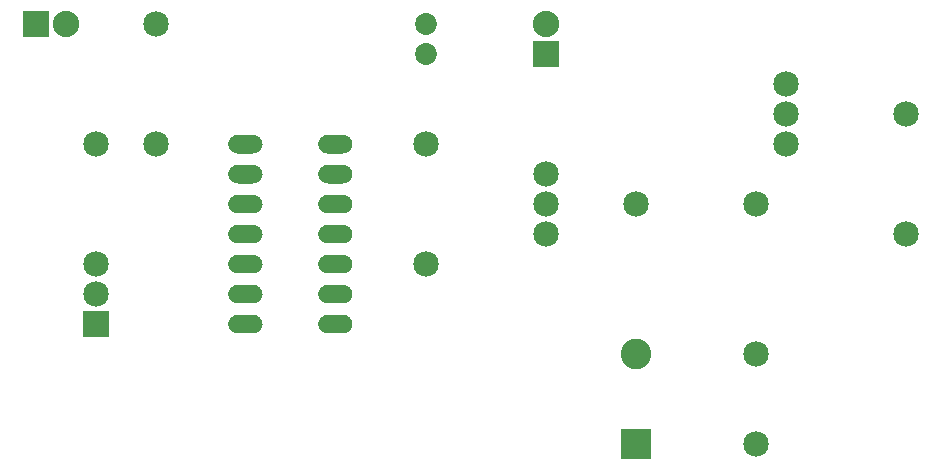
<source format=gts>
G04 MADE WITH FRITZING*
G04 WWW.FRITZING.ORG*
G04 DOUBLE SIDED*
G04 HOLES PLATED*
G04 CONTOUR ON CENTER OF CONTOUR VECTOR*
%ASAXBY*%
%FSLAX23Y23*%
%MOIN*%
%OFA0B0*%
%SFA1.0B1.0*%
%ADD10C,0.085000*%
%ADD11C,0.072992*%
%ADD12C,0.062000*%
%ADD13C,0.088000*%
%ADD14C,0.102000*%
%ADD15R,0.085000X0.085000*%
%ADD16R,0.088000X0.088000*%
%ADD17R,0.102000X0.102000*%
%ADD18C,0.025748*%
%ADD19R,0.001000X0.001000*%
%LNMASK1*%
G90*
G70*
G54D10*
X514Y862D03*
X514Y962D03*
X2014Y1362D03*
X2014Y1262D03*
X2014Y1162D03*
X2814Y1662D03*
X2814Y1562D03*
X2814Y1462D03*
X3214Y1162D03*
X3214Y1562D03*
X1614Y1062D03*
X1614Y1462D03*
X2714Y1262D03*
X2314Y1262D03*
X714Y1862D03*
X714Y1462D03*
X514Y1062D03*
X514Y1462D03*
G54D11*
X1614Y1862D03*
X1614Y1764D03*
G54D10*
X2714Y462D03*
X2714Y762D03*
G54D12*
X1014Y1462D03*
X1014Y1362D03*
X1014Y1262D03*
X1014Y1162D03*
X1014Y1062D03*
X1014Y962D03*
X1014Y862D03*
X1314Y862D03*
X1314Y962D03*
X1314Y1062D03*
X1314Y1162D03*
X1314Y1262D03*
X1314Y1362D03*
X1314Y1462D03*
X1014Y1462D03*
X1014Y1362D03*
X1014Y1262D03*
X1014Y1162D03*
X1014Y1062D03*
X1014Y962D03*
X1014Y862D03*
X1314Y862D03*
X1314Y962D03*
X1314Y1062D03*
X1314Y1162D03*
X1314Y1262D03*
X1314Y1362D03*
X1314Y1462D03*
G54D13*
X314Y1862D03*
X414Y1862D03*
X2014Y1762D03*
X2014Y1862D03*
G54D14*
X2314Y462D03*
X2314Y762D03*
G54D15*
X514Y862D03*
G54D16*
X314Y1862D03*
X2014Y1762D03*
G54D17*
X2314Y462D03*
G54D18*
G36*
X1590Y1838D02*
X1590Y1886D01*
X1637Y1886D01*
X1637Y1838D01*
X1590Y1838D01*
G37*
D02*
G54D19*
X980Y1493D02*
X1046Y1493D01*
X1280Y1493D02*
X1346Y1493D01*
X977Y1492D02*
X1049Y1492D01*
X1277Y1492D02*
X1349Y1492D01*
X975Y1491D02*
X1052Y1491D01*
X1275Y1491D02*
X1351Y1491D01*
X973Y1490D02*
X1054Y1490D01*
X1273Y1490D02*
X1353Y1490D01*
X971Y1489D02*
X1055Y1489D01*
X1271Y1489D02*
X1355Y1489D01*
X969Y1488D02*
X1057Y1488D01*
X1269Y1488D02*
X1357Y1488D01*
X968Y1487D02*
X1058Y1487D01*
X1268Y1487D02*
X1358Y1487D01*
X967Y1486D02*
X1059Y1486D01*
X1267Y1486D02*
X1359Y1486D01*
X966Y1485D02*
X1060Y1485D01*
X1266Y1485D02*
X1360Y1485D01*
X965Y1484D02*
X1061Y1484D01*
X1265Y1484D02*
X1361Y1484D01*
X964Y1483D02*
X1062Y1483D01*
X1264Y1483D02*
X1362Y1483D01*
X963Y1482D02*
X1063Y1482D01*
X1263Y1482D02*
X1363Y1482D01*
X963Y1481D02*
X1064Y1481D01*
X1262Y1481D02*
X1364Y1481D01*
X962Y1480D02*
X1064Y1480D01*
X1262Y1480D02*
X1364Y1480D01*
X961Y1479D02*
X1065Y1479D01*
X1261Y1479D02*
X1365Y1479D01*
X961Y1478D02*
X1066Y1478D01*
X1261Y1478D02*
X1366Y1478D01*
X960Y1477D02*
X1066Y1477D01*
X1260Y1477D02*
X1366Y1477D01*
X960Y1476D02*
X1067Y1476D01*
X1260Y1476D02*
X1367Y1476D01*
X959Y1475D02*
X1067Y1475D01*
X1259Y1475D02*
X1367Y1475D01*
X959Y1474D02*
X1067Y1474D01*
X1259Y1474D02*
X1367Y1474D01*
X958Y1473D02*
X1008Y1473D01*
X1018Y1473D02*
X1068Y1473D01*
X1258Y1473D02*
X1308Y1473D01*
X1318Y1473D02*
X1368Y1473D01*
X958Y1472D02*
X1006Y1472D01*
X1020Y1472D02*
X1068Y1472D01*
X1258Y1472D02*
X1306Y1472D01*
X1320Y1472D02*
X1368Y1472D01*
X958Y1471D02*
X1005Y1471D01*
X1021Y1471D02*
X1068Y1471D01*
X1258Y1471D02*
X1305Y1471D01*
X1321Y1471D02*
X1368Y1471D01*
X958Y1470D02*
X1004Y1470D01*
X1022Y1470D02*
X1069Y1470D01*
X1257Y1470D02*
X1304Y1470D01*
X1322Y1470D02*
X1369Y1470D01*
X957Y1469D02*
X1003Y1469D01*
X1023Y1469D02*
X1069Y1469D01*
X1257Y1469D02*
X1303Y1469D01*
X1323Y1469D02*
X1369Y1469D01*
X957Y1468D02*
X1003Y1468D01*
X1023Y1468D02*
X1069Y1468D01*
X1257Y1468D02*
X1303Y1468D01*
X1323Y1468D02*
X1369Y1468D01*
X957Y1467D02*
X1002Y1467D01*
X1024Y1467D02*
X1069Y1467D01*
X1257Y1467D02*
X1302Y1467D01*
X1324Y1467D02*
X1369Y1467D01*
X957Y1466D02*
X1002Y1466D01*
X1024Y1466D02*
X1069Y1466D01*
X1257Y1466D02*
X1302Y1466D01*
X1324Y1466D02*
X1369Y1466D01*
X957Y1465D02*
X1002Y1465D01*
X1024Y1465D02*
X1069Y1465D01*
X1257Y1465D02*
X1302Y1465D01*
X1324Y1465D02*
X1369Y1465D01*
X957Y1464D02*
X1002Y1464D01*
X1025Y1464D02*
X1070Y1464D01*
X1257Y1464D02*
X1302Y1464D01*
X1324Y1464D02*
X1369Y1464D01*
X957Y1463D02*
X1002Y1463D01*
X1025Y1463D02*
X1070Y1463D01*
X1257Y1463D02*
X1302Y1463D01*
X1325Y1463D02*
X1370Y1463D01*
X957Y1462D02*
X1002Y1462D01*
X1025Y1462D02*
X1070Y1462D01*
X1257Y1462D02*
X1302Y1462D01*
X1324Y1462D02*
X1369Y1462D01*
X957Y1461D02*
X1002Y1461D01*
X1024Y1461D02*
X1069Y1461D01*
X1257Y1461D02*
X1302Y1461D01*
X1324Y1461D02*
X1369Y1461D01*
X957Y1460D02*
X1002Y1460D01*
X1024Y1460D02*
X1069Y1460D01*
X1257Y1460D02*
X1302Y1460D01*
X1324Y1460D02*
X1369Y1460D01*
X957Y1459D02*
X1002Y1459D01*
X1024Y1459D02*
X1069Y1459D01*
X1257Y1459D02*
X1302Y1459D01*
X1324Y1459D02*
X1369Y1459D01*
X957Y1458D02*
X1003Y1458D01*
X1023Y1458D02*
X1069Y1458D01*
X1257Y1458D02*
X1303Y1458D01*
X1323Y1458D02*
X1369Y1458D01*
X957Y1457D02*
X1003Y1457D01*
X1023Y1457D02*
X1069Y1457D01*
X1257Y1457D02*
X1303Y1457D01*
X1323Y1457D02*
X1369Y1457D01*
X958Y1456D02*
X1004Y1456D01*
X1022Y1456D02*
X1069Y1456D01*
X1257Y1456D02*
X1304Y1456D01*
X1322Y1456D02*
X1369Y1456D01*
X958Y1455D02*
X1005Y1455D01*
X1021Y1455D02*
X1068Y1455D01*
X1258Y1455D02*
X1305Y1455D01*
X1321Y1455D02*
X1368Y1455D01*
X958Y1454D02*
X1006Y1454D01*
X1020Y1454D02*
X1068Y1454D01*
X1258Y1454D02*
X1306Y1454D01*
X1320Y1454D02*
X1368Y1454D01*
X958Y1453D02*
X1008Y1453D01*
X1018Y1453D02*
X1068Y1453D01*
X1258Y1453D02*
X1308Y1453D01*
X1318Y1453D02*
X1368Y1453D01*
X959Y1452D02*
X1012Y1452D01*
X1014Y1452D02*
X1067Y1452D01*
X1259Y1452D02*
X1312Y1452D01*
X1314Y1452D02*
X1367Y1452D01*
X959Y1451D02*
X1067Y1451D01*
X1259Y1451D02*
X1367Y1451D01*
X960Y1450D02*
X1067Y1450D01*
X1260Y1450D02*
X1367Y1450D01*
X960Y1449D02*
X1066Y1449D01*
X1260Y1449D02*
X1366Y1449D01*
X961Y1448D02*
X1066Y1448D01*
X1261Y1448D02*
X1366Y1448D01*
X961Y1447D02*
X1065Y1447D01*
X1261Y1447D02*
X1365Y1447D01*
X962Y1446D02*
X1064Y1446D01*
X1262Y1446D02*
X1364Y1446D01*
X962Y1445D02*
X1064Y1445D01*
X1262Y1445D02*
X1364Y1445D01*
X963Y1444D02*
X1063Y1444D01*
X1263Y1444D02*
X1363Y1444D01*
X964Y1443D02*
X1062Y1443D01*
X1264Y1443D02*
X1362Y1443D01*
X965Y1442D02*
X1061Y1442D01*
X1265Y1442D02*
X1361Y1442D01*
X966Y1441D02*
X1060Y1441D01*
X1266Y1441D02*
X1360Y1441D01*
X967Y1440D02*
X1059Y1440D01*
X1267Y1440D02*
X1359Y1440D01*
X968Y1439D02*
X1058Y1439D01*
X1268Y1439D02*
X1358Y1439D01*
X969Y1438D02*
X1057Y1438D01*
X1269Y1438D02*
X1357Y1438D01*
X971Y1437D02*
X1055Y1437D01*
X1271Y1437D02*
X1355Y1437D01*
X973Y1436D02*
X1054Y1436D01*
X1272Y1436D02*
X1354Y1436D01*
X975Y1435D02*
X1052Y1435D01*
X1274Y1435D02*
X1352Y1435D01*
X977Y1434D02*
X1049Y1434D01*
X1277Y1434D02*
X1349Y1434D01*
X980Y1433D02*
X1046Y1433D01*
X1280Y1433D02*
X1346Y1433D01*
X987Y1432D02*
X1039Y1432D01*
X1287Y1432D02*
X1339Y1432D01*
X980Y1393D02*
X1046Y1393D01*
X1280Y1393D02*
X1346Y1393D01*
X977Y1392D02*
X1049Y1392D01*
X1277Y1392D02*
X1349Y1392D01*
X975Y1391D02*
X1052Y1391D01*
X1275Y1391D02*
X1352Y1391D01*
X973Y1390D02*
X1054Y1390D01*
X1273Y1390D02*
X1354Y1390D01*
X971Y1389D02*
X1055Y1389D01*
X1271Y1389D02*
X1355Y1389D01*
X969Y1388D02*
X1057Y1388D01*
X1269Y1388D02*
X1357Y1388D01*
X968Y1387D02*
X1058Y1387D01*
X1268Y1387D02*
X1358Y1387D01*
X967Y1386D02*
X1059Y1386D01*
X1267Y1386D02*
X1359Y1386D01*
X966Y1385D02*
X1060Y1385D01*
X1266Y1385D02*
X1360Y1385D01*
X965Y1384D02*
X1061Y1384D01*
X1265Y1384D02*
X1361Y1384D01*
X964Y1383D02*
X1062Y1383D01*
X1264Y1383D02*
X1362Y1383D01*
X963Y1382D02*
X1063Y1382D01*
X1263Y1382D02*
X1363Y1382D01*
X962Y1381D02*
X1064Y1381D01*
X1262Y1381D02*
X1364Y1381D01*
X962Y1380D02*
X1064Y1380D01*
X1262Y1380D02*
X1364Y1380D01*
X961Y1379D02*
X1065Y1379D01*
X1261Y1379D02*
X1365Y1379D01*
X961Y1378D02*
X1066Y1378D01*
X1261Y1378D02*
X1366Y1378D01*
X960Y1377D02*
X1066Y1377D01*
X1260Y1377D02*
X1366Y1377D01*
X960Y1376D02*
X1067Y1376D01*
X1260Y1376D02*
X1367Y1376D01*
X959Y1375D02*
X1067Y1375D01*
X1259Y1375D02*
X1367Y1375D01*
X959Y1374D02*
X1067Y1374D01*
X1259Y1374D02*
X1367Y1374D01*
X958Y1373D02*
X1008Y1373D01*
X1018Y1373D02*
X1068Y1373D01*
X1258Y1373D02*
X1308Y1373D01*
X1318Y1373D02*
X1368Y1373D01*
X958Y1372D02*
X1006Y1372D01*
X1020Y1372D02*
X1068Y1372D01*
X1258Y1372D02*
X1306Y1372D01*
X1320Y1372D02*
X1368Y1372D01*
X958Y1371D02*
X1005Y1371D01*
X1021Y1371D02*
X1068Y1371D01*
X1258Y1371D02*
X1305Y1371D01*
X1321Y1371D02*
X1368Y1371D01*
X958Y1370D02*
X1004Y1370D01*
X1022Y1370D02*
X1069Y1370D01*
X1257Y1370D02*
X1304Y1370D01*
X1322Y1370D02*
X1369Y1370D01*
X957Y1369D02*
X1003Y1369D01*
X1023Y1369D02*
X1069Y1369D01*
X1257Y1369D02*
X1303Y1369D01*
X1323Y1369D02*
X1369Y1369D01*
X957Y1368D02*
X1003Y1368D01*
X1023Y1368D02*
X1069Y1368D01*
X1257Y1368D02*
X1303Y1368D01*
X1323Y1368D02*
X1369Y1368D01*
X957Y1367D02*
X1002Y1367D01*
X1024Y1367D02*
X1069Y1367D01*
X1257Y1367D02*
X1302Y1367D01*
X1324Y1367D02*
X1369Y1367D01*
X957Y1366D02*
X1002Y1366D01*
X1024Y1366D02*
X1069Y1366D01*
X1257Y1366D02*
X1302Y1366D01*
X1324Y1366D02*
X1369Y1366D01*
X957Y1365D02*
X1002Y1365D01*
X1024Y1365D02*
X1069Y1365D01*
X1257Y1365D02*
X1302Y1365D01*
X1324Y1365D02*
X1369Y1365D01*
X957Y1364D02*
X1002Y1364D01*
X1025Y1364D02*
X1070Y1364D01*
X1257Y1364D02*
X1302Y1364D01*
X1324Y1364D02*
X1369Y1364D01*
X957Y1363D02*
X1002Y1363D01*
X1025Y1363D02*
X1070Y1363D01*
X1257Y1363D02*
X1302Y1363D01*
X1325Y1363D02*
X1370Y1363D01*
X957Y1362D02*
X1002Y1362D01*
X1025Y1362D02*
X1070Y1362D01*
X1257Y1362D02*
X1302Y1362D01*
X1324Y1362D02*
X1369Y1362D01*
X957Y1361D02*
X1002Y1361D01*
X1024Y1361D02*
X1069Y1361D01*
X1257Y1361D02*
X1302Y1361D01*
X1324Y1361D02*
X1369Y1361D01*
X957Y1360D02*
X1002Y1360D01*
X1024Y1360D02*
X1069Y1360D01*
X1257Y1360D02*
X1302Y1360D01*
X1324Y1360D02*
X1369Y1360D01*
X957Y1359D02*
X1002Y1359D01*
X1024Y1359D02*
X1069Y1359D01*
X1257Y1359D02*
X1302Y1359D01*
X1324Y1359D02*
X1369Y1359D01*
X957Y1358D02*
X1003Y1358D01*
X1023Y1358D02*
X1069Y1358D01*
X1257Y1358D02*
X1303Y1358D01*
X1323Y1358D02*
X1369Y1358D01*
X957Y1357D02*
X1003Y1357D01*
X1023Y1357D02*
X1069Y1357D01*
X1257Y1357D02*
X1303Y1357D01*
X1323Y1357D02*
X1369Y1357D01*
X958Y1356D02*
X1004Y1356D01*
X1022Y1356D02*
X1069Y1356D01*
X1257Y1356D02*
X1304Y1356D01*
X1322Y1356D02*
X1369Y1356D01*
X958Y1355D02*
X1005Y1355D01*
X1021Y1355D02*
X1068Y1355D01*
X1258Y1355D02*
X1305Y1355D01*
X1321Y1355D02*
X1368Y1355D01*
X958Y1354D02*
X1006Y1354D01*
X1020Y1354D02*
X1068Y1354D01*
X1258Y1354D02*
X1306Y1354D01*
X1320Y1354D02*
X1368Y1354D01*
X958Y1353D02*
X1008Y1353D01*
X1018Y1353D02*
X1068Y1353D01*
X1258Y1353D02*
X1308Y1353D01*
X1318Y1353D02*
X1368Y1353D01*
X959Y1352D02*
X1067Y1352D01*
X1259Y1352D02*
X1367Y1352D01*
X959Y1351D02*
X1067Y1351D01*
X1259Y1351D02*
X1367Y1351D01*
X960Y1350D02*
X1067Y1350D01*
X1260Y1350D02*
X1367Y1350D01*
X960Y1349D02*
X1066Y1349D01*
X1260Y1349D02*
X1366Y1349D01*
X961Y1348D02*
X1066Y1348D01*
X1261Y1348D02*
X1366Y1348D01*
X961Y1347D02*
X1065Y1347D01*
X1261Y1347D02*
X1365Y1347D01*
X962Y1346D02*
X1064Y1346D01*
X1262Y1346D02*
X1364Y1346D01*
X962Y1345D02*
X1064Y1345D01*
X1262Y1345D02*
X1364Y1345D01*
X963Y1344D02*
X1063Y1344D01*
X1263Y1344D02*
X1363Y1344D01*
X964Y1343D02*
X1062Y1343D01*
X1264Y1343D02*
X1362Y1343D01*
X965Y1342D02*
X1061Y1342D01*
X1265Y1342D02*
X1361Y1342D01*
X966Y1341D02*
X1060Y1341D01*
X1266Y1341D02*
X1360Y1341D01*
X967Y1340D02*
X1059Y1340D01*
X1267Y1340D02*
X1359Y1340D01*
X968Y1339D02*
X1058Y1339D01*
X1268Y1339D02*
X1358Y1339D01*
X969Y1338D02*
X1057Y1338D01*
X1269Y1338D02*
X1357Y1338D01*
X971Y1337D02*
X1055Y1337D01*
X1271Y1337D02*
X1355Y1337D01*
X973Y1336D02*
X1054Y1336D01*
X1273Y1336D02*
X1354Y1336D01*
X975Y1335D02*
X1052Y1335D01*
X1275Y1335D02*
X1352Y1335D01*
X977Y1334D02*
X1049Y1334D01*
X1277Y1334D02*
X1349Y1334D01*
X980Y1333D02*
X1046Y1333D01*
X1280Y1333D02*
X1346Y1333D01*
X988Y1332D02*
X1038Y1332D01*
X1288Y1332D02*
X1338Y1332D01*
X987Y1294D02*
X1039Y1294D01*
X1287Y1294D02*
X1339Y1294D01*
X980Y1293D02*
X1046Y1293D01*
X1280Y1293D02*
X1346Y1293D01*
X977Y1292D02*
X1049Y1292D01*
X1277Y1292D02*
X1349Y1292D01*
X975Y1291D02*
X1052Y1291D01*
X1274Y1291D02*
X1352Y1291D01*
X973Y1290D02*
X1054Y1290D01*
X1272Y1290D02*
X1354Y1290D01*
X971Y1289D02*
X1055Y1289D01*
X1271Y1289D02*
X1355Y1289D01*
X969Y1288D02*
X1057Y1288D01*
X1269Y1288D02*
X1357Y1288D01*
X968Y1287D02*
X1058Y1287D01*
X1268Y1287D02*
X1358Y1287D01*
X967Y1286D02*
X1059Y1286D01*
X1267Y1286D02*
X1359Y1286D01*
X966Y1285D02*
X1060Y1285D01*
X1266Y1285D02*
X1360Y1285D01*
X965Y1284D02*
X1061Y1284D01*
X1265Y1284D02*
X1361Y1284D01*
X964Y1283D02*
X1062Y1283D01*
X1264Y1283D02*
X1362Y1283D01*
X963Y1282D02*
X1063Y1282D01*
X1263Y1282D02*
X1363Y1282D01*
X962Y1281D02*
X1064Y1281D01*
X1262Y1281D02*
X1364Y1281D01*
X962Y1280D02*
X1064Y1280D01*
X1262Y1280D02*
X1364Y1280D01*
X961Y1279D02*
X1065Y1279D01*
X1261Y1279D02*
X1365Y1279D01*
X961Y1278D02*
X1066Y1278D01*
X1261Y1278D02*
X1366Y1278D01*
X960Y1277D02*
X1066Y1277D01*
X1260Y1277D02*
X1366Y1277D01*
X960Y1276D02*
X1067Y1276D01*
X1260Y1276D02*
X1367Y1276D01*
X959Y1275D02*
X1067Y1275D01*
X1259Y1275D02*
X1367Y1275D01*
X959Y1274D02*
X1067Y1274D01*
X1259Y1274D02*
X1367Y1274D01*
X958Y1273D02*
X1008Y1273D01*
X1018Y1273D02*
X1068Y1273D01*
X1258Y1273D02*
X1308Y1273D01*
X1318Y1273D02*
X1368Y1273D01*
X958Y1272D02*
X1006Y1272D01*
X1020Y1272D02*
X1068Y1272D01*
X1258Y1272D02*
X1306Y1272D01*
X1320Y1272D02*
X1368Y1272D01*
X958Y1271D02*
X1005Y1271D01*
X1021Y1271D02*
X1068Y1271D01*
X1258Y1271D02*
X1305Y1271D01*
X1321Y1271D02*
X1368Y1271D01*
X958Y1270D02*
X1004Y1270D01*
X1022Y1270D02*
X1069Y1270D01*
X1257Y1270D02*
X1304Y1270D01*
X1322Y1270D02*
X1369Y1270D01*
X957Y1269D02*
X1003Y1269D01*
X1023Y1269D02*
X1069Y1269D01*
X1257Y1269D02*
X1303Y1269D01*
X1323Y1269D02*
X1369Y1269D01*
X957Y1268D02*
X1003Y1268D01*
X1023Y1268D02*
X1069Y1268D01*
X1257Y1268D02*
X1303Y1268D01*
X1323Y1268D02*
X1369Y1268D01*
X957Y1267D02*
X1002Y1267D01*
X1024Y1267D02*
X1069Y1267D01*
X1257Y1267D02*
X1302Y1267D01*
X1324Y1267D02*
X1369Y1267D01*
X957Y1266D02*
X1002Y1266D01*
X1024Y1266D02*
X1069Y1266D01*
X1257Y1266D02*
X1302Y1266D01*
X1324Y1266D02*
X1369Y1266D01*
X957Y1265D02*
X1002Y1265D01*
X1024Y1265D02*
X1069Y1265D01*
X1257Y1265D02*
X1302Y1265D01*
X1324Y1265D02*
X1369Y1265D01*
X957Y1264D02*
X1002Y1264D01*
X1025Y1264D02*
X1070Y1264D01*
X1257Y1264D02*
X1302Y1264D01*
X1324Y1264D02*
X1369Y1264D01*
X957Y1263D02*
X1002Y1263D01*
X1025Y1263D02*
X1070Y1263D01*
X1257Y1263D02*
X1302Y1263D01*
X1325Y1263D02*
X1370Y1263D01*
X957Y1262D02*
X1002Y1262D01*
X1025Y1262D02*
X1070Y1262D01*
X1257Y1262D02*
X1302Y1262D01*
X1324Y1262D02*
X1369Y1262D01*
X957Y1261D02*
X1002Y1261D01*
X1024Y1261D02*
X1069Y1261D01*
X1257Y1261D02*
X1302Y1261D01*
X1324Y1261D02*
X1369Y1261D01*
X957Y1260D02*
X1002Y1260D01*
X1024Y1260D02*
X1069Y1260D01*
X1257Y1260D02*
X1302Y1260D01*
X1324Y1260D02*
X1369Y1260D01*
X957Y1259D02*
X1002Y1259D01*
X1024Y1259D02*
X1069Y1259D01*
X1257Y1259D02*
X1302Y1259D01*
X1324Y1259D02*
X1369Y1259D01*
X957Y1258D02*
X1003Y1258D01*
X1023Y1258D02*
X1069Y1258D01*
X1257Y1258D02*
X1303Y1258D01*
X1323Y1258D02*
X1369Y1258D01*
X957Y1257D02*
X1003Y1257D01*
X1023Y1257D02*
X1069Y1257D01*
X1257Y1257D02*
X1303Y1257D01*
X1323Y1257D02*
X1369Y1257D01*
X958Y1256D02*
X1004Y1256D01*
X1022Y1256D02*
X1069Y1256D01*
X1257Y1256D02*
X1304Y1256D01*
X1322Y1256D02*
X1369Y1256D01*
X958Y1255D02*
X1005Y1255D01*
X1021Y1255D02*
X1068Y1255D01*
X1258Y1255D02*
X1305Y1255D01*
X1321Y1255D02*
X1368Y1255D01*
X958Y1254D02*
X1006Y1254D01*
X1020Y1254D02*
X1068Y1254D01*
X1258Y1254D02*
X1306Y1254D01*
X1320Y1254D02*
X1368Y1254D01*
X958Y1253D02*
X1008Y1253D01*
X1018Y1253D02*
X1068Y1253D01*
X1258Y1253D02*
X1308Y1253D01*
X1318Y1253D02*
X1368Y1253D01*
X959Y1252D02*
X1067Y1252D01*
X1259Y1252D02*
X1367Y1252D01*
X959Y1251D02*
X1067Y1251D01*
X1259Y1251D02*
X1367Y1251D01*
X960Y1250D02*
X1067Y1250D01*
X1260Y1250D02*
X1367Y1250D01*
X960Y1249D02*
X1066Y1249D01*
X1260Y1249D02*
X1366Y1249D01*
X961Y1248D02*
X1066Y1248D01*
X1261Y1248D02*
X1366Y1248D01*
X961Y1247D02*
X1065Y1247D01*
X1261Y1247D02*
X1365Y1247D01*
X962Y1246D02*
X1064Y1246D01*
X1262Y1246D02*
X1364Y1246D01*
X962Y1245D02*
X1064Y1245D01*
X1262Y1245D02*
X1364Y1245D01*
X963Y1244D02*
X1063Y1244D01*
X1263Y1244D02*
X1363Y1244D01*
X964Y1243D02*
X1062Y1243D01*
X1264Y1243D02*
X1362Y1243D01*
X965Y1242D02*
X1061Y1242D01*
X1265Y1242D02*
X1361Y1242D01*
X966Y1241D02*
X1060Y1241D01*
X1266Y1241D02*
X1360Y1241D01*
X967Y1240D02*
X1059Y1240D01*
X1267Y1240D02*
X1359Y1240D01*
X968Y1239D02*
X1058Y1239D01*
X1268Y1239D02*
X1358Y1239D01*
X969Y1238D02*
X1057Y1238D01*
X1269Y1238D02*
X1357Y1238D01*
X971Y1237D02*
X1055Y1237D01*
X1271Y1237D02*
X1355Y1237D01*
X973Y1236D02*
X1054Y1236D01*
X1273Y1236D02*
X1354Y1236D01*
X975Y1235D02*
X1052Y1235D01*
X1275Y1235D02*
X1351Y1235D01*
X977Y1234D02*
X1049Y1234D01*
X1277Y1234D02*
X1349Y1234D01*
X980Y1233D02*
X1046Y1233D01*
X1280Y1233D02*
X1346Y1233D01*
X987Y1194D02*
X1040Y1194D01*
X1287Y1194D02*
X1339Y1194D01*
X980Y1193D02*
X1046Y1193D01*
X1280Y1193D02*
X1346Y1193D01*
X977Y1192D02*
X1049Y1192D01*
X1277Y1192D02*
X1349Y1192D01*
X974Y1191D02*
X1052Y1191D01*
X1274Y1191D02*
X1352Y1191D01*
X972Y1190D02*
X1054Y1190D01*
X1272Y1190D02*
X1354Y1190D01*
X971Y1189D02*
X1055Y1189D01*
X1271Y1189D02*
X1355Y1189D01*
X969Y1188D02*
X1057Y1188D01*
X1269Y1188D02*
X1357Y1188D01*
X968Y1187D02*
X1058Y1187D01*
X1268Y1187D02*
X1358Y1187D01*
X967Y1186D02*
X1059Y1186D01*
X1267Y1186D02*
X1359Y1186D01*
X966Y1185D02*
X1060Y1185D01*
X1266Y1185D02*
X1360Y1185D01*
X965Y1184D02*
X1061Y1184D01*
X1265Y1184D02*
X1361Y1184D01*
X964Y1183D02*
X1062Y1183D01*
X1264Y1183D02*
X1362Y1183D01*
X963Y1182D02*
X1063Y1182D01*
X1263Y1182D02*
X1363Y1182D01*
X962Y1181D02*
X1064Y1181D01*
X1262Y1181D02*
X1364Y1181D01*
X962Y1180D02*
X1064Y1180D01*
X1262Y1180D02*
X1364Y1180D01*
X961Y1179D02*
X1065Y1179D01*
X1261Y1179D02*
X1365Y1179D01*
X961Y1178D02*
X1066Y1178D01*
X1260Y1178D02*
X1366Y1178D01*
X960Y1177D02*
X1066Y1177D01*
X1260Y1177D02*
X1366Y1177D01*
X960Y1176D02*
X1067Y1176D01*
X1260Y1176D02*
X1367Y1176D01*
X959Y1175D02*
X1067Y1175D01*
X1259Y1175D02*
X1367Y1175D01*
X959Y1174D02*
X1012Y1174D01*
X1014Y1174D02*
X1067Y1174D01*
X1259Y1174D02*
X1312Y1174D01*
X1314Y1174D02*
X1367Y1174D01*
X958Y1173D02*
X1008Y1173D01*
X1018Y1173D02*
X1068Y1173D01*
X1258Y1173D02*
X1308Y1173D01*
X1318Y1173D02*
X1368Y1173D01*
X958Y1172D02*
X1006Y1172D01*
X1020Y1172D02*
X1068Y1172D01*
X1258Y1172D02*
X1306Y1172D01*
X1320Y1172D02*
X1368Y1172D01*
X958Y1171D02*
X1005Y1171D01*
X1021Y1171D02*
X1068Y1171D01*
X1258Y1171D02*
X1305Y1171D01*
X1321Y1171D02*
X1368Y1171D01*
X957Y1170D02*
X1004Y1170D01*
X1022Y1170D02*
X1069Y1170D01*
X1257Y1170D02*
X1304Y1170D01*
X1322Y1170D02*
X1369Y1170D01*
X957Y1169D02*
X1003Y1169D01*
X1023Y1169D02*
X1069Y1169D01*
X1257Y1169D02*
X1303Y1169D01*
X1323Y1169D02*
X1369Y1169D01*
X957Y1168D02*
X1003Y1168D01*
X1023Y1168D02*
X1069Y1168D01*
X1257Y1168D02*
X1303Y1168D01*
X1323Y1168D02*
X1369Y1168D01*
X957Y1167D02*
X1002Y1167D01*
X1024Y1167D02*
X1069Y1167D01*
X1257Y1167D02*
X1302Y1167D01*
X1324Y1167D02*
X1369Y1167D01*
X957Y1166D02*
X1002Y1166D01*
X1024Y1166D02*
X1069Y1166D01*
X1257Y1166D02*
X1302Y1166D01*
X1324Y1166D02*
X1369Y1166D01*
X957Y1165D02*
X1002Y1165D01*
X1024Y1165D02*
X1069Y1165D01*
X1257Y1165D02*
X1302Y1165D01*
X1324Y1165D02*
X1369Y1165D01*
X957Y1164D02*
X1002Y1164D01*
X1025Y1164D02*
X1070Y1164D01*
X1257Y1164D02*
X1302Y1164D01*
X1324Y1164D02*
X1369Y1164D01*
X957Y1163D02*
X1002Y1163D01*
X1025Y1163D02*
X1070Y1163D01*
X1257Y1163D02*
X1302Y1163D01*
X1325Y1163D02*
X1370Y1163D01*
X957Y1162D02*
X1002Y1162D01*
X1025Y1162D02*
X1070Y1162D01*
X1257Y1162D02*
X1302Y1162D01*
X1324Y1162D02*
X1369Y1162D01*
X957Y1161D02*
X1002Y1161D01*
X1024Y1161D02*
X1069Y1161D01*
X1257Y1161D02*
X1302Y1161D01*
X1324Y1161D02*
X1369Y1161D01*
X957Y1160D02*
X1002Y1160D01*
X1024Y1160D02*
X1069Y1160D01*
X1257Y1160D02*
X1302Y1160D01*
X1324Y1160D02*
X1369Y1160D01*
X957Y1159D02*
X1002Y1159D01*
X1024Y1159D02*
X1069Y1159D01*
X1257Y1159D02*
X1302Y1159D01*
X1324Y1159D02*
X1369Y1159D01*
X957Y1158D02*
X1003Y1158D01*
X1023Y1158D02*
X1069Y1158D01*
X1257Y1158D02*
X1303Y1158D01*
X1323Y1158D02*
X1369Y1158D01*
X957Y1157D02*
X1003Y1157D01*
X1023Y1157D02*
X1069Y1157D01*
X1257Y1157D02*
X1303Y1157D01*
X1323Y1157D02*
X1369Y1157D01*
X958Y1156D02*
X1004Y1156D01*
X1022Y1156D02*
X1069Y1156D01*
X1257Y1156D02*
X1304Y1156D01*
X1322Y1156D02*
X1369Y1156D01*
X958Y1155D02*
X1005Y1155D01*
X1021Y1155D02*
X1068Y1155D01*
X1258Y1155D02*
X1305Y1155D01*
X1321Y1155D02*
X1368Y1155D01*
X958Y1154D02*
X1006Y1154D01*
X1020Y1154D02*
X1068Y1154D01*
X1258Y1154D02*
X1306Y1154D01*
X1320Y1154D02*
X1368Y1154D01*
X958Y1153D02*
X1008Y1153D01*
X1018Y1153D02*
X1068Y1153D01*
X1258Y1153D02*
X1308Y1153D01*
X1318Y1153D02*
X1368Y1153D01*
X959Y1152D02*
X1067Y1152D01*
X1259Y1152D02*
X1367Y1152D01*
X959Y1151D02*
X1067Y1151D01*
X1259Y1151D02*
X1367Y1151D01*
X960Y1150D02*
X1067Y1150D01*
X1260Y1150D02*
X1367Y1150D01*
X960Y1149D02*
X1066Y1149D01*
X1260Y1149D02*
X1366Y1149D01*
X961Y1148D02*
X1066Y1148D01*
X1261Y1148D02*
X1366Y1148D01*
X961Y1147D02*
X1065Y1147D01*
X1261Y1147D02*
X1365Y1147D01*
X962Y1146D02*
X1064Y1146D01*
X1262Y1146D02*
X1364Y1146D01*
X963Y1145D02*
X1064Y1145D01*
X1262Y1145D02*
X1364Y1145D01*
X963Y1144D02*
X1063Y1144D01*
X1263Y1144D02*
X1363Y1144D01*
X964Y1143D02*
X1062Y1143D01*
X1264Y1143D02*
X1362Y1143D01*
X965Y1142D02*
X1061Y1142D01*
X1265Y1142D02*
X1361Y1142D01*
X966Y1141D02*
X1060Y1141D01*
X1266Y1141D02*
X1360Y1141D01*
X967Y1140D02*
X1059Y1140D01*
X1267Y1140D02*
X1359Y1140D01*
X968Y1139D02*
X1058Y1139D01*
X1268Y1139D02*
X1358Y1139D01*
X970Y1138D02*
X1057Y1138D01*
X1269Y1138D02*
X1357Y1138D01*
X971Y1137D02*
X1055Y1137D01*
X1271Y1137D02*
X1355Y1137D01*
X973Y1136D02*
X1054Y1136D01*
X1273Y1136D02*
X1353Y1136D01*
X975Y1135D02*
X1051Y1135D01*
X1275Y1135D02*
X1351Y1135D01*
X977Y1134D02*
X1049Y1134D01*
X1277Y1134D02*
X1349Y1134D01*
X980Y1133D02*
X1046Y1133D01*
X1280Y1133D02*
X1346Y1133D01*
X986Y1094D02*
X1040Y1094D01*
X1286Y1094D02*
X1340Y1094D01*
X980Y1093D02*
X1046Y1093D01*
X1280Y1093D02*
X1346Y1093D01*
X977Y1092D02*
X1049Y1092D01*
X1277Y1092D02*
X1349Y1092D01*
X974Y1091D02*
X1052Y1091D01*
X1274Y1091D02*
X1352Y1091D01*
X972Y1090D02*
X1054Y1090D01*
X1272Y1090D02*
X1354Y1090D01*
X971Y1089D02*
X1055Y1089D01*
X1271Y1089D02*
X1355Y1089D01*
X969Y1088D02*
X1057Y1088D01*
X1269Y1088D02*
X1357Y1088D01*
X968Y1087D02*
X1058Y1087D01*
X1268Y1087D02*
X1358Y1087D01*
X967Y1086D02*
X1059Y1086D01*
X1267Y1086D02*
X1359Y1086D01*
X966Y1085D02*
X1060Y1085D01*
X1266Y1085D02*
X1360Y1085D01*
X965Y1084D02*
X1061Y1084D01*
X1265Y1084D02*
X1361Y1084D01*
X964Y1083D02*
X1062Y1083D01*
X1264Y1083D02*
X1362Y1083D01*
X963Y1082D02*
X1063Y1082D01*
X1263Y1082D02*
X1363Y1082D01*
X962Y1081D02*
X1064Y1081D01*
X1262Y1081D02*
X1364Y1081D01*
X962Y1080D02*
X1064Y1080D01*
X1262Y1080D02*
X1364Y1080D01*
X961Y1079D02*
X1065Y1079D01*
X1261Y1079D02*
X1365Y1079D01*
X961Y1078D02*
X1066Y1078D01*
X1260Y1078D02*
X1366Y1078D01*
X960Y1077D02*
X1066Y1077D01*
X1260Y1077D02*
X1366Y1077D01*
X960Y1076D02*
X1067Y1076D01*
X1260Y1076D02*
X1367Y1076D01*
X959Y1075D02*
X1067Y1075D01*
X1259Y1075D02*
X1367Y1075D01*
X959Y1074D02*
X1011Y1074D01*
X1015Y1074D02*
X1067Y1074D01*
X1259Y1074D02*
X1311Y1074D01*
X1315Y1074D02*
X1367Y1074D01*
X958Y1073D02*
X1008Y1073D01*
X1018Y1073D02*
X1068Y1073D01*
X1258Y1073D02*
X1308Y1073D01*
X1318Y1073D02*
X1368Y1073D01*
X958Y1072D02*
X1006Y1072D01*
X1020Y1072D02*
X1068Y1072D01*
X1258Y1072D02*
X1306Y1072D01*
X1320Y1072D02*
X1368Y1072D01*
X958Y1071D02*
X1005Y1071D01*
X1021Y1071D02*
X1068Y1071D01*
X1258Y1071D02*
X1305Y1071D01*
X1321Y1071D02*
X1368Y1071D01*
X957Y1070D02*
X1004Y1070D01*
X1022Y1070D02*
X1069Y1070D01*
X1257Y1070D02*
X1304Y1070D01*
X1322Y1070D02*
X1369Y1070D01*
X957Y1069D02*
X1003Y1069D01*
X1023Y1069D02*
X1069Y1069D01*
X1257Y1069D02*
X1303Y1069D01*
X1323Y1069D02*
X1369Y1069D01*
X957Y1068D02*
X1003Y1068D01*
X1023Y1068D02*
X1069Y1068D01*
X1257Y1068D02*
X1303Y1068D01*
X1323Y1068D02*
X1369Y1068D01*
X957Y1067D02*
X1002Y1067D01*
X1024Y1067D02*
X1069Y1067D01*
X1257Y1067D02*
X1302Y1067D01*
X1324Y1067D02*
X1369Y1067D01*
X957Y1066D02*
X1002Y1066D01*
X1024Y1066D02*
X1069Y1066D01*
X1257Y1066D02*
X1302Y1066D01*
X1324Y1066D02*
X1369Y1066D01*
X957Y1065D02*
X1002Y1065D01*
X1024Y1065D02*
X1069Y1065D01*
X1257Y1065D02*
X1302Y1065D01*
X1324Y1065D02*
X1369Y1065D01*
X957Y1064D02*
X1002Y1064D01*
X1025Y1064D02*
X1070Y1064D01*
X1257Y1064D02*
X1302Y1064D01*
X1324Y1064D02*
X1369Y1064D01*
X957Y1063D02*
X1002Y1063D01*
X1025Y1063D02*
X1070Y1063D01*
X1257Y1063D02*
X1302Y1063D01*
X1325Y1063D02*
X1370Y1063D01*
X957Y1062D02*
X1002Y1062D01*
X1025Y1062D02*
X1070Y1062D01*
X1257Y1062D02*
X1302Y1062D01*
X1324Y1062D02*
X1369Y1062D01*
X957Y1061D02*
X1002Y1061D01*
X1024Y1061D02*
X1069Y1061D01*
X1257Y1061D02*
X1302Y1061D01*
X1324Y1061D02*
X1369Y1061D01*
X957Y1060D02*
X1002Y1060D01*
X1024Y1060D02*
X1069Y1060D01*
X1257Y1060D02*
X1302Y1060D01*
X1324Y1060D02*
X1369Y1060D01*
X957Y1059D02*
X1002Y1059D01*
X1024Y1059D02*
X1069Y1059D01*
X1257Y1059D02*
X1302Y1059D01*
X1324Y1059D02*
X1369Y1059D01*
X957Y1058D02*
X1003Y1058D01*
X1023Y1058D02*
X1069Y1058D01*
X1257Y1058D02*
X1303Y1058D01*
X1323Y1058D02*
X1369Y1058D01*
X957Y1057D02*
X1003Y1057D01*
X1023Y1057D02*
X1069Y1057D01*
X1257Y1057D02*
X1303Y1057D01*
X1323Y1057D02*
X1369Y1057D01*
X958Y1056D02*
X1004Y1056D01*
X1022Y1056D02*
X1069Y1056D01*
X1257Y1056D02*
X1304Y1056D01*
X1322Y1056D02*
X1369Y1056D01*
X958Y1055D02*
X1005Y1055D01*
X1021Y1055D02*
X1068Y1055D01*
X1258Y1055D02*
X1305Y1055D01*
X1321Y1055D02*
X1368Y1055D01*
X958Y1054D02*
X1006Y1054D01*
X1020Y1054D02*
X1068Y1054D01*
X1258Y1054D02*
X1306Y1054D01*
X1320Y1054D02*
X1368Y1054D01*
X958Y1053D02*
X1008Y1053D01*
X1018Y1053D02*
X1068Y1053D01*
X1258Y1053D02*
X1308Y1053D01*
X1318Y1053D02*
X1368Y1053D01*
X959Y1052D02*
X1067Y1052D01*
X1259Y1052D02*
X1367Y1052D01*
X959Y1051D02*
X1067Y1051D01*
X1259Y1051D02*
X1367Y1051D01*
X960Y1050D02*
X1067Y1050D01*
X1260Y1050D02*
X1367Y1050D01*
X960Y1049D02*
X1066Y1049D01*
X1260Y1049D02*
X1366Y1049D01*
X961Y1048D02*
X1066Y1048D01*
X1261Y1048D02*
X1366Y1048D01*
X961Y1047D02*
X1065Y1047D01*
X1261Y1047D02*
X1365Y1047D01*
X962Y1046D02*
X1064Y1046D01*
X1262Y1046D02*
X1364Y1046D01*
X963Y1045D02*
X1064Y1045D01*
X1262Y1045D02*
X1364Y1045D01*
X963Y1044D02*
X1063Y1044D01*
X1263Y1044D02*
X1363Y1044D01*
X964Y1043D02*
X1062Y1043D01*
X1264Y1043D02*
X1362Y1043D01*
X965Y1042D02*
X1061Y1042D01*
X1265Y1042D02*
X1361Y1042D01*
X966Y1041D02*
X1060Y1041D01*
X1266Y1041D02*
X1360Y1041D01*
X967Y1040D02*
X1059Y1040D01*
X1267Y1040D02*
X1359Y1040D01*
X968Y1039D02*
X1058Y1039D01*
X1268Y1039D02*
X1358Y1039D01*
X970Y1038D02*
X1057Y1038D01*
X1269Y1038D02*
X1357Y1038D01*
X971Y1037D02*
X1055Y1037D01*
X1271Y1037D02*
X1355Y1037D01*
X973Y1036D02*
X1053Y1036D01*
X1273Y1036D02*
X1353Y1036D01*
X975Y1035D02*
X1051Y1035D01*
X1275Y1035D02*
X1351Y1035D01*
X977Y1034D02*
X1049Y1034D01*
X1277Y1034D02*
X1349Y1034D01*
X981Y1033D02*
X1046Y1033D01*
X1281Y1033D02*
X1346Y1033D01*
X986Y994D02*
X1041Y994D01*
X1286Y994D02*
X1341Y994D01*
X980Y993D02*
X1046Y993D01*
X1280Y993D02*
X1346Y993D01*
X977Y992D02*
X1050Y992D01*
X1277Y992D02*
X1349Y992D01*
X974Y991D02*
X1052Y991D01*
X1274Y991D02*
X1352Y991D01*
X972Y990D02*
X1054Y990D01*
X1272Y990D02*
X1354Y990D01*
X971Y989D02*
X1056Y989D01*
X1271Y989D02*
X1355Y989D01*
X969Y988D02*
X1057Y988D01*
X1269Y988D02*
X1357Y988D01*
X968Y987D02*
X1058Y987D01*
X1268Y987D02*
X1358Y987D01*
X967Y986D02*
X1059Y986D01*
X1267Y986D02*
X1359Y986D01*
X966Y985D02*
X1061Y985D01*
X1266Y985D02*
X1360Y985D01*
X965Y984D02*
X1061Y984D01*
X1265Y984D02*
X1361Y984D01*
X964Y983D02*
X1062Y983D01*
X1264Y983D02*
X1362Y983D01*
X963Y982D02*
X1063Y982D01*
X1263Y982D02*
X1363Y982D01*
X962Y981D02*
X1064Y981D01*
X1262Y981D02*
X1364Y981D01*
X962Y980D02*
X1065Y980D01*
X1262Y980D02*
X1364Y980D01*
X961Y979D02*
X1065Y979D01*
X1261Y979D02*
X1365Y979D01*
X961Y978D02*
X1066Y978D01*
X1260Y978D02*
X1366Y978D01*
X960Y977D02*
X1066Y977D01*
X1260Y977D02*
X1366Y977D01*
X960Y976D02*
X1067Y976D01*
X1259Y976D02*
X1367Y976D01*
X959Y975D02*
X1067Y975D01*
X1259Y975D02*
X1367Y975D01*
X959Y974D02*
X1011Y974D01*
X1015Y974D02*
X1067Y974D01*
X1259Y974D02*
X1311Y974D01*
X1315Y974D02*
X1367Y974D01*
X958Y973D02*
X1008Y973D01*
X1019Y973D02*
X1068Y973D01*
X1258Y973D02*
X1308Y973D01*
X1318Y973D02*
X1368Y973D01*
X958Y972D02*
X1006Y972D01*
X1020Y972D02*
X1068Y972D01*
X1258Y972D02*
X1306Y972D01*
X1320Y972D02*
X1368Y972D01*
X958Y971D02*
X1005Y971D01*
X1021Y971D02*
X1068Y971D01*
X1258Y971D02*
X1305Y971D01*
X1321Y971D02*
X1368Y971D01*
X957Y970D02*
X1004Y970D01*
X1022Y970D02*
X1069Y970D01*
X1257Y970D02*
X1304Y970D01*
X1322Y970D02*
X1369Y970D01*
X957Y969D02*
X1003Y969D01*
X1023Y969D02*
X1069Y969D01*
X1257Y969D02*
X1303Y969D01*
X1323Y969D02*
X1369Y969D01*
X957Y968D02*
X1003Y968D01*
X1024Y968D02*
X1069Y968D01*
X1257Y968D02*
X1303Y968D01*
X1323Y968D02*
X1369Y968D01*
X957Y967D02*
X1002Y967D01*
X1024Y967D02*
X1069Y967D01*
X1257Y967D02*
X1302Y967D01*
X1324Y967D02*
X1369Y967D01*
X957Y966D02*
X1002Y966D01*
X1024Y966D02*
X1069Y966D01*
X1257Y966D02*
X1302Y966D01*
X1324Y966D02*
X1369Y966D01*
X957Y965D02*
X1002Y965D01*
X1024Y965D02*
X1069Y965D01*
X1257Y965D02*
X1302Y965D01*
X1324Y965D02*
X1369Y965D01*
X957Y964D02*
X1002Y964D01*
X1025Y964D02*
X1070Y964D01*
X1257Y964D02*
X1302Y964D01*
X1324Y964D02*
X1369Y964D01*
X957Y963D02*
X1002Y963D01*
X1025Y963D02*
X1070Y963D01*
X1257Y963D02*
X1302Y963D01*
X1325Y963D02*
X1370Y963D01*
X957Y962D02*
X1002Y962D01*
X1025Y962D02*
X1070Y962D01*
X1257Y962D02*
X1302Y962D01*
X1324Y962D02*
X1369Y962D01*
X957Y961D02*
X1002Y961D01*
X1024Y961D02*
X1069Y961D01*
X1257Y961D02*
X1302Y961D01*
X1324Y961D02*
X1369Y961D01*
X957Y960D02*
X1002Y960D01*
X1024Y960D02*
X1069Y960D01*
X1257Y960D02*
X1302Y960D01*
X1324Y960D02*
X1369Y960D01*
X957Y959D02*
X1002Y959D01*
X1024Y959D02*
X1069Y959D01*
X1257Y959D02*
X1302Y959D01*
X1324Y959D02*
X1369Y959D01*
X957Y958D02*
X1003Y958D01*
X1023Y958D02*
X1069Y958D01*
X1257Y958D02*
X1303Y958D01*
X1323Y958D02*
X1369Y958D01*
X957Y957D02*
X1003Y957D01*
X1023Y957D02*
X1069Y957D01*
X1257Y957D02*
X1303Y957D01*
X1323Y957D02*
X1369Y957D01*
X958Y956D02*
X1004Y956D01*
X1022Y956D02*
X1069Y956D01*
X1257Y956D02*
X1304Y956D01*
X1322Y956D02*
X1369Y956D01*
X958Y955D02*
X1005Y955D01*
X1021Y955D02*
X1068Y955D01*
X1258Y955D02*
X1305Y955D01*
X1321Y955D02*
X1368Y955D01*
X958Y954D02*
X1006Y954D01*
X1020Y954D02*
X1068Y954D01*
X1258Y954D02*
X1306Y954D01*
X1320Y954D02*
X1368Y954D01*
X958Y953D02*
X1008Y953D01*
X1018Y953D02*
X1068Y953D01*
X1258Y953D02*
X1308Y953D01*
X1318Y953D02*
X1368Y953D01*
X959Y952D02*
X1067Y952D01*
X1259Y952D02*
X1367Y952D01*
X959Y951D02*
X1067Y951D01*
X1259Y951D02*
X1367Y951D01*
X960Y950D02*
X1067Y950D01*
X1260Y950D02*
X1366Y950D01*
X960Y949D02*
X1066Y949D01*
X1260Y949D02*
X1366Y949D01*
X961Y948D02*
X1066Y948D01*
X1261Y948D02*
X1365Y948D01*
X961Y947D02*
X1065Y947D01*
X1261Y947D02*
X1365Y947D01*
X962Y946D02*
X1064Y946D01*
X1262Y946D02*
X1364Y946D01*
X963Y945D02*
X1064Y945D01*
X1262Y945D02*
X1364Y945D01*
X963Y944D02*
X1063Y944D01*
X1263Y944D02*
X1363Y944D01*
X964Y943D02*
X1062Y943D01*
X1264Y943D02*
X1362Y943D01*
X965Y942D02*
X1061Y942D01*
X1265Y942D02*
X1361Y942D01*
X966Y941D02*
X1060Y941D01*
X1266Y941D02*
X1360Y941D01*
X967Y940D02*
X1059Y940D01*
X1267Y940D02*
X1359Y940D01*
X968Y939D02*
X1058Y939D01*
X1268Y939D02*
X1358Y939D01*
X970Y938D02*
X1057Y938D01*
X1270Y938D02*
X1357Y938D01*
X971Y937D02*
X1055Y937D01*
X1271Y937D02*
X1355Y937D01*
X973Y936D02*
X1053Y936D01*
X1273Y936D02*
X1353Y936D01*
X975Y935D02*
X1051Y935D01*
X1275Y935D02*
X1351Y935D01*
X977Y934D02*
X1049Y934D01*
X1277Y934D02*
X1349Y934D01*
X981Y933D02*
X1046Y933D01*
X1281Y933D02*
X1345Y933D01*
X985Y894D02*
X1041Y894D01*
X1285Y894D02*
X1341Y894D01*
X980Y893D02*
X1047Y893D01*
X1280Y893D02*
X1347Y893D01*
X977Y892D02*
X1050Y892D01*
X1277Y892D02*
X1350Y892D01*
X974Y891D02*
X1052Y891D01*
X1274Y891D02*
X1352Y891D01*
X972Y890D02*
X1054Y890D01*
X1272Y890D02*
X1354Y890D01*
X971Y889D02*
X1056Y889D01*
X1271Y889D02*
X1356Y889D01*
X969Y888D02*
X1057Y888D01*
X1269Y888D02*
X1357Y888D01*
X968Y887D02*
X1058Y887D01*
X1268Y887D02*
X1358Y887D01*
X967Y886D02*
X1059Y886D01*
X1267Y886D02*
X1359Y886D01*
X966Y885D02*
X1061Y885D01*
X1266Y885D02*
X1361Y885D01*
X965Y884D02*
X1061Y884D01*
X1265Y884D02*
X1361Y884D01*
X964Y883D02*
X1062Y883D01*
X1264Y883D02*
X1362Y883D01*
X963Y882D02*
X1063Y882D01*
X1263Y882D02*
X1363Y882D01*
X962Y881D02*
X1064Y881D01*
X1262Y881D02*
X1364Y881D01*
X962Y880D02*
X1065Y880D01*
X1262Y880D02*
X1364Y880D01*
X961Y879D02*
X1065Y879D01*
X1261Y879D02*
X1365Y879D01*
X961Y878D02*
X1066Y878D01*
X1260Y878D02*
X1366Y878D01*
X960Y877D02*
X1066Y877D01*
X1260Y877D02*
X1366Y877D01*
X960Y876D02*
X1067Y876D01*
X1259Y876D02*
X1367Y876D01*
X959Y875D02*
X1067Y875D01*
X1259Y875D02*
X1367Y875D01*
X959Y874D02*
X1011Y874D01*
X1016Y874D02*
X1068Y874D01*
X1259Y874D02*
X1311Y874D01*
X1315Y874D02*
X1367Y874D01*
X958Y873D02*
X1008Y873D01*
X1019Y873D02*
X1068Y873D01*
X1258Y873D02*
X1308Y873D01*
X1319Y873D02*
X1368Y873D01*
X958Y872D02*
X1006Y872D01*
X1020Y872D02*
X1068Y872D01*
X1258Y872D02*
X1306Y872D01*
X1320Y872D02*
X1368Y872D01*
X958Y871D02*
X1005Y871D01*
X1021Y871D02*
X1068Y871D01*
X1258Y871D02*
X1305Y871D01*
X1321Y871D02*
X1368Y871D01*
X957Y870D02*
X1004Y870D01*
X1022Y870D02*
X1069Y870D01*
X1257Y870D02*
X1304Y870D01*
X1322Y870D02*
X1369Y870D01*
X957Y869D02*
X1003Y869D01*
X1023Y869D02*
X1069Y869D01*
X1257Y869D02*
X1303Y869D01*
X1323Y869D02*
X1369Y869D01*
X957Y868D02*
X1003Y868D01*
X1024Y868D02*
X1069Y868D01*
X1257Y868D02*
X1303Y868D01*
X1323Y868D02*
X1369Y868D01*
X957Y867D02*
X1002Y867D01*
X1024Y867D02*
X1069Y867D01*
X1257Y867D02*
X1302Y867D01*
X1324Y867D02*
X1369Y867D01*
X957Y866D02*
X1002Y866D01*
X1024Y866D02*
X1069Y866D01*
X1257Y866D02*
X1302Y866D01*
X1324Y866D02*
X1369Y866D01*
X957Y865D02*
X1002Y865D01*
X1024Y865D02*
X1069Y865D01*
X1257Y865D02*
X1302Y865D01*
X1324Y865D02*
X1369Y865D01*
X957Y864D02*
X1002Y864D01*
X1025Y864D02*
X1070Y864D01*
X1257Y864D02*
X1302Y864D01*
X1324Y864D02*
X1369Y864D01*
X957Y863D02*
X1002Y863D01*
X1025Y863D02*
X1070Y863D01*
X1257Y863D02*
X1302Y863D01*
X1325Y863D02*
X1370Y863D01*
X957Y862D02*
X1002Y862D01*
X1025Y862D02*
X1070Y862D01*
X1257Y862D02*
X1302Y862D01*
X1324Y862D02*
X1369Y862D01*
X957Y861D02*
X1002Y861D01*
X1024Y861D02*
X1069Y861D01*
X1257Y861D02*
X1302Y861D01*
X1324Y861D02*
X1369Y861D01*
X957Y860D02*
X1002Y860D01*
X1024Y860D02*
X1069Y860D01*
X1257Y860D02*
X1302Y860D01*
X1324Y860D02*
X1369Y860D01*
X957Y859D02*
X1002Y859D01*
X1024Y859D02*
X1069Y859D01*
X1257Y859D02*
X1302Y859D01*
X1324Y859D02*
X1369Y859D01*
X957Y858D02*
X1003Y858D01*
X1023Y858D02*
X1069Y858D01*
X1257Y858D02*
X1303Y858D01*
X1323Y858D02*
X1369Y858D01*
X957Y857D02*
X1003Y857D01*
X1023Y857D02*
X1069Y857D01*
X1257Y857D02*
X1303Y857D01*
X1323Y857D02*
X1369Y857D01*
X958Y856D02*
X1004Y856D01*
X1022Y856D02*
X1069Y856D01*
X1257Y856D02*
X1304Y856D01*
X1322Y856D02*
X1369Y856D01*
X958Y855D02*
X1005Y855D01*
X1021Y855D02*
X1068Y855D01*
X1258Y855D02*
X1305Y855D01*
X1321Y855D02*
X1368Y855D01*
X958Y854D02*
X1006Y854D01*
X1020Y854D02*
X1068Y854D01*
X1258Y854D02*
X1306Y854D01*
X1320Y854D02*
X1368Y854D01*
X958Y853D02*
X1008Y853D01*
X1018Y853D02*
X1068Y853D01*
X1258Y853D02*
X1308Y853D01*
X1318Y853D02*
X1368Y853D01*
X959Y852D02*
X1067Y852D01*
X1259Y852D02*
X1367Y852D01*
X959Y851D02*
X1067Y851D01*
X1259Y851D02*
X1367Y851D01*
X960Y850D02*
X1067Y850D01*
X1260Y850D02*
X1366Y850D01*
X960Y849D02*
X1066Y849D01*
X1260Y849D02*
X1366Y849D01*
X961Y848D02*
X1066Y848D01*
X1261Y848D02*
X1365Y848D01*
X961Y847D02*
X1065Y847D01*
X1261Y847D02*
X1365Y847D01*
X962Y846D02*
X1064Y846D01*
X1262Y846D02*
X1364Y846D01*
X963Y845D02*
X1064Y845D01*
X1263Y845D02*
X1364Y845D01*
X963Y844D02*
X1063Y844D01*
X1263Y844D02*
X1363Y844D01*
X964Y843D02*
X1062Y843D01*
X1264Y843D02*
X1362Y843D01*
X965Y842D02*
X1061Y842D01*
X1265Y842D02*
X1361Y842D01*
X966Y841D02*
X1060Y841D01*
X1266Y841D02*
X1360Y841D01*
X967Y840D02*
X1059Y840D01*
X1267Y840D02*
X1359Y840D01*
X968Y839D02*
X1058Y839D01*
X1268Y839D02*
X1358Y839D01*
X970Y838D02*
X1057Y838D01*
X1270Y838D02*
X1357Y838D01*
X971Y837D02*
X1055Y837D01*
X1271Y837D02*
X1355Y837D01*
X973Y836D02*
X1053Y836D01*
X1273Y836D02*
X1353Y836D01*
X975Y835D02*
X1051Y835D01*
X1275Y835D02*
X1351Y835D01*
X977Y834D02*
X1049Y834D01*
X1277Y834D02*
X1349Y834D01*
X981Y833D02*
X1045Y833D01*
X1281Y833D02*
X1345Y833D01*
D02*
G04 End of Mask1*
M02*
</source>
